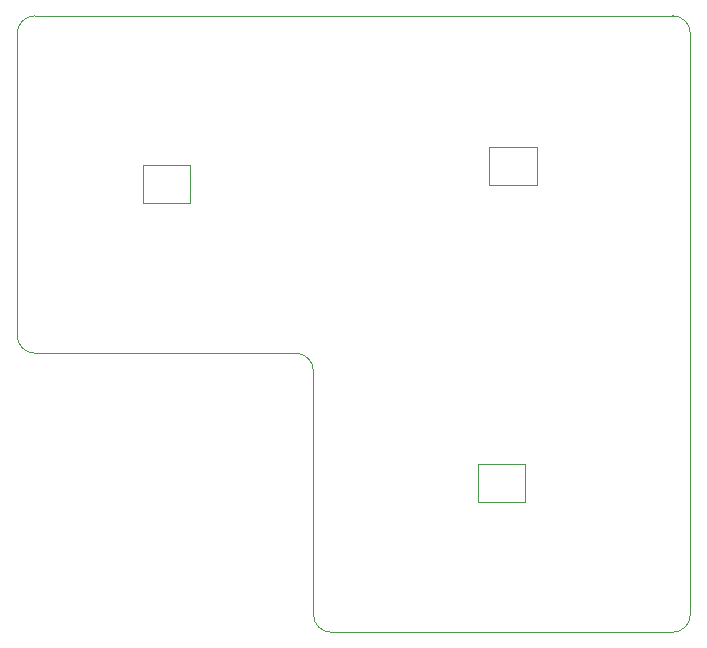
<source format=gbr>
%TF.GenerationSoftware,KiCad,Pcbnew,(5.1.10)-1*%
%TF.CreationDate,2022-12-01T07:21:36-06:00*%
%TF.ProjectId,perovskite_contact_board,7065726f-7673-46b6-9974-655f636f6e74,A*%
%TF.SameCoordinates,Original*%
%TF.FileFunction,Profile,NP*%
%FSLAX46Y46*%
G04 Gerber Fmt 4.6, Leading zero omitted, Abs format (unit mm)*
G04 Created by KiCad (PCBNEW (5.1.10)-1) date 2022-12-01 07:21:36*
%MOMM*%
%LPD*%
G01*
G04 APERTURE LIST*
%TA.AperFunction,Profile*%
%ADD10C,0.050000*%
%TD*%
G04 APERTURE END LIST*
D10*
X131057900Y-104889500D02*
X135071100Y-104889500D01*
X135071100Y-101689100D02*
X131057900Y-101689100D01*
X135071100Y-104889500D02*
X135071100Y-101689100D01*
X131057900Y-101689100D02*
X131057900Y-104889500D01*
X160420300Y-103365500D02*
X164433500Y-103365500D01*
X164433500Y-100165100D02*
X160420300Y-100165100D01*
X164433500Y-103365500D02*
X164433500Y-100165100D01*
X160420300Y-100165100D02*
X160420300Y-103365500D01*
X163474400Y-130187700D02*
X163474400Y-126987300D01*
X159461200Y-130187700D02*
X163474400Y-130187700D01*
X159461200Y-126987300D02*
X159461200Y-130187700D01*
X163474400Y-126987300D02*
X159461200Y-126987300D01*
X177435000Y-90557042D02*
G75*
G03*
X175935000Y-89057042I-1500000J0D01*
G01*
X177435000Y-90557042D02*
X177435000Y-139757042D01*
X144022500Y-117631959D02*
X121935000Y-117631959D01*
X175935000Y-141257042D02*
G75*
G03*
X177435000Y-139757042I0J1500000D01*
G01*
X145522500Y-139757042D02*
X145522500Y-119131959D01*
X175935000Y-141257042D02*
X147022500Y-141257042D01*
X120435000Y-116131959D02*
G75*
G03*
X121935000Y-117631959I1500000J0D01*
G01*
X120435000Y-116131959D02*
X120435000Y-90557042D01*
X121935000Y-89057042D02*
X175935000Y-89057042D01*
X145522500Y-139757042D02*
G75*
G03*
X147022500Y-141257042I1500000J0D01*
G01*
X145522500Y-119131959D02*
G75*
G03*
X144022500Y-117631959I-1500000J0D01*
G01*
X121935000Y-89057042D02*
G75*
G03*
X120435000Y-90557042I0J-1500000D01*
G01*
M02*

</source>
